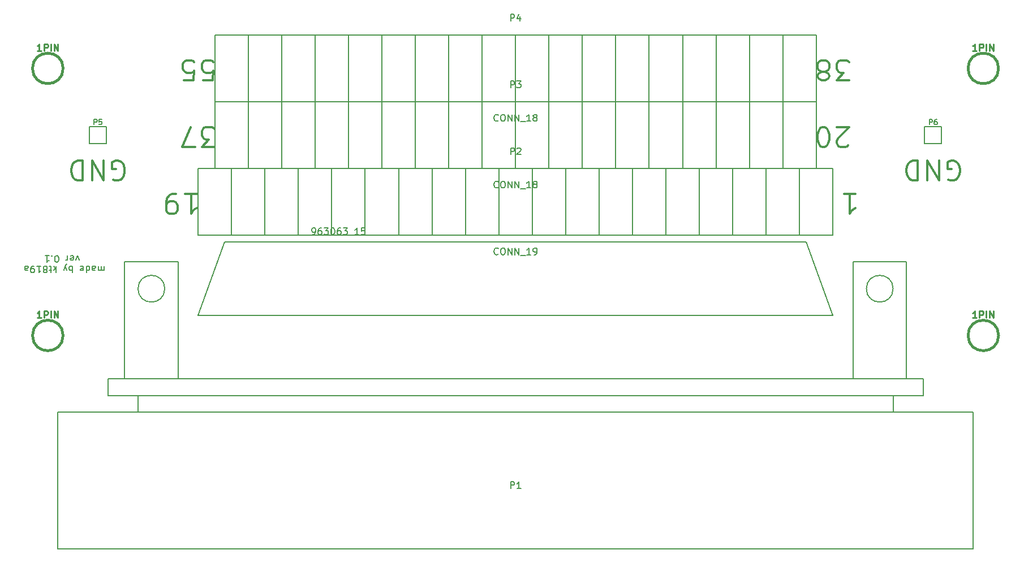
<source format=gto>
G04 (created by PCBNEW (2013-07-07 BZR 4022)-stable) date 23/09/2014 08:58:54*
%MOIN*%
G04 Gerber Fmt 3.4, Leading zero omitted, Abs format*
%FSLAX34Y34*%
G01*
G70*
G90*
G04 APERTURE LIST*
%ADD10C,0.00590551*%
%ADD11C,0.011811*%
%ADD12C,0.015*%
%ADD13C,0.006*%
%ADD14C,0.01*%
G04 APERTURE END LIST*
G54D10*
X62373Y-60864D02*
X62373Y-61126D01*
X62373Y-61089D02*
X62354Y-61107D01*
X62317Y-61126D01*
X62260Y-61126D01*
X62223Y-61107D01*
X62204Y-61070D01*
X62204Y-60864D01*
X62204Y-61070D02*
X62185Y-61107D01*
X62148Y-61126D01*
X62092Y-61126D01*
X62054Y-61107D01*
X62035Y-61070D01*
X62035Y-60864D01*
X61679Y-60864D02*
X61679Y-61070D01*
X61698Y-61107D01*
X61736Y-61126D01*
X61811Y-61126D01*
X61848Y-61107D01*
X61679Y-60883D02*
X61717Y-60864D01*
X61811Y-60864D01*
X61848Y-60883D01*
X61867Y-60920D01*
X61867Y-60958D01*
X61848Y-60995D01*
X61811Y-61014D01*
X61717Y-61014D01*
X61679Y-61032D01*
X61323Y-60864D02*
X61323Y-61257D01*
X61323Y-60883D02*
X61361Y-60864D01*
X61436Y-60864D01*
X61473Y-60883D01*
X61492Y-60901D01*
X61511Y-60939D01*
X61511Y-61051D01*
X61492Y-61089D01*
X61473Y-61107D01*
X61436Y-61126D01*
X61361Y-61126D01*
X61323Y-61107D01*
X60986Y-60883D02*
X61023Y-60864D01*
X61098Y-60864D01*
X61136Y-60883D01*
X61154Y-60920D01*
X61154Y-61070D01*
X61136Y-61107D01*
X61098Y-61126D01*
X61023Y-61126D01*
X60986Y-61107D01*
X60967Y-61070D01*
X60967Y-61032D01*
X61154Y-60995D01*
X60498Y-60864D02*
X60498Y-61257D01*
X60498Y-61107D02*
X60461Y-61126D01*
X60386Y-61126D01*
X60348Y-61107D01*
X60329Y-61089D01*
X60311Y-61051D01*
X60311Y-60939D01*
X60329Y-60901D01*
X60348Y-60883D01*
X60386Y-60864D01*
X60461Y-60864D01*
X60498Y-60883D01*
X60179Y-61126D02*
X60086Y-60864D01*
X59992Y-61126D02*
X60086Y-60864D01*
X60123Y-60770D01*
X60142Y-60751D01*
X60179Y-60733D01*
X59542Y-60864D02*
X59542Y-61257D01*
X59505Y-61014D02*
X59392Y-60864D01*
X59392Y-61126D02*
X59542Y-60976D01*
X59280Y-61126D02*
X59130Y-61126D01*
X59223Y-61257D02*
X59223Y-60920D01*
X59205Y-60883D01*
X59167Y-60864D01*
X59130Y-60864D01*
X58942Y-61089D02*
X58980Y-61107D01*
X58998Y-61126D01*
X59017Y-61164D01*
X59017Y-61182D01*
X58998Y-61220D01*
X58980Y-61239D01*
X58942Y-61257D01*
X58867Y-61257D01*
X58830Y-61239D01*
X58811Y-61220D01*
X58792Y-61182D01*
X58792Y-61164D01*
X58811Y-61126D01*
X58830Y-61107D01*
X58867Y-61089D01*
X58942Y-61089D01*
X58980Y-61070D01*
X58998Y-61051D01*
X59017Y-61014D01*
X59017Y-60939D01*
X58998Y-60901D01*
X58980Y-60883D01*
X58942Y-60864D01*
X58867Y-60864D01*
X58830Y-60883D01*
X58811Y-60901D01*
X58792Y-60939D01*
X58792Y-61014D01*
X58811Y-61051D01*
X58830Y-61070D01*
X58867Y-61089D01*
X58417Y-60864D02*
X58642Y-60864D01*
X58530Y-60864D02*
X58530Y-61257D01*
X58567Y-61201D01*
X58605Y-61164D01*
X58642Y-61145D01*
X58230Y-60864D02*
X58155Y-60864D01*
X58117Y-60883D01*
X58098Y-60901D01*
X58061Y-60958D01*
X58042Y-61032D01*
X58042Y-61182D01*
X58061Y-61220D01*
X58080Y-61239D01*
X58117Y-61257D01*
X58192Y-61257D01*
X58230Y-61239D01*
X58248Y-61220D01*
X58267Y-61182D01*
X58267Y-61089D01*
X58248Y-61051D01*
X58230Y-61032D01*
X58192Y-61014D01*
X58117Y-61014D01*
X58080Y-61032D01*
X58061Y-61051D01*
X58042Y-61089D01*
X57705Y-60864D02*
X57705Y-61070D01*
X57724Y-61107D01*
X57761Y-61126D01*
X57836Y-61126D01*
X57874Y-61107D01*
X57705Y-60883D02*
X57742Y-60864D01*
X57836Y-60864D01*
X57874Y-60883D01*
X57892Y-60920D01*
X57892Y-60958D01*
X57874Y-60995D01*
X57836Y-61014D01*
X57742Y-61014D01*
X57705Y-61032D01*
X60892Y-60516D02*
X60798Y-60254D01*
X60704Y-60516D01*
X60404Y-60272D02*
X60442Y-60254D01*
X60517Y-60254D01*
X60554Y-60272D01*
X60573Y-60310D01*
X60573Y-60460D01*
X60554Y-60497D01*
X60517Y-60516D01*
X60442Y-60516D01*
X60404Y-60497D01*
X60386Y-60460D01*
X60386Y-60422D01*
X60573Y-60385D01*
X60217Y-60254D02*
X60217Y-60516D01*
X60217Y-60441D02*
X60198Y-60479D01*
X60179Y-60497D01*
X60142Y-60516D01*
X60104Y-60516D01*
X59598Y-60647D02*
X59561Y-60647D01*
X59523Y-60628D01*
X59505Y-60610D01*
X59486Y-60572D01*
X59467Y-60497D01*
X59467Y-60404D01*
X59486Y-60329D01*
X59505Y-60291D01*
X59523Y-60272D01*
X59561Y-60254D01*
X59598Y-60254D01*
X59636Y-60272D01*
X59655Y-60291D01*
X59673Y-60329D01*
X59692Y-60404D01*
X59692Y-60497D01*
X59673Y-60572D01*
X59655Y-60610D01*
X59636Y-60628D01*
X59598Y-60647D01*
X59298Y-60291D02*
X59280Y-60272D01*
X59298Y-60254D01*
X59317Y-60272D01*
X59298Y-60291D01*
X59298Y-60254D01*
X58905Y-60254D02*
X59130Y-60254D01*
X59017Y-60254D02*
X59017Y-60647D01*
X59055Y-60591D01*
X59092Y-60553D01*
X59130Y-60535D01*
G54D11*
X62907Y-55764D02*
X63020Y-55821D01*
X63188Y-55821D01*
X63357Y-55764D01*
X63470Y-55652D01*
X63526Y-55539D01*
X63582Y-55314D01*
X63582Y-55146D01*
X63526Y-54921D01*
X63470Y-54808D01*
X63357Y-54696D01*
X63188Y-54640D01*
X63076Y-54640D01*
X62907Y-54696D01*
X62851Y-54752D01*
X62851Y-55146D01*
X63076Y-55146D01*
X62345Y-54640D02*
X62345Y-55821D01*
X61670Y-54640D01*
X61670Y-55821D01*
X61107Y-54640D02*
X61107Y-55821D01*
X60826Y-55821D01*
X60658Y-55764D01*
X60545Y-55652D01*
X60489Y-55539D01*
X60433Y-55314D01*
X60433Y-55146D01*
X60489Y-54921D01*
X60545Y-54808D01*
X60658Y-54696D01*
X60826Y-54640D01*
X61107Y-54640D01*
X112120Y-55764D02*
X112232Y-55821D01*
X112401Y-55821D01*
X112570Y-55764D01*
X112682Y-55652D01*
X112739Y-55539D01*
X112795Y-55314D01*
X112795Y-55146D01*
X112739Y-54921D01*
X112682Y-54808D01*
X112570Y-54696D01*
X112401Y-54640D01*
X112289Y-54640D01*
X112120Y-54696D01*
X112064Y-54752D01*
X112064Y-55146D01*
X112289Y-55146D01*
X111557Y-54640D02*
X111557Y-55821D01*
X110883Y-54640D01*
X110883Y-55821D01*
X110320Y-54640D02*
X110320Y-55821D01*
X110039Y-55821D01*
X109870Y-55764D01*
X109758Y-55652D01*
X109701Y-55539D01*
X109645Y-55314D01*
X109645Y-55146D01*
X109701Y-54921D01*
X109758Y-54808D01*
X109870Y-54696D01*
X110039Y-54640D01*
X110320Y-54640D01*
X67154Y-56608D02*
X67829Y-56608D01*
X67491Y-56608D02*
X67491Y-57789D01*
X67604Y-57620D01*
X67716Y-57508D01*
X67829Y-57452D01*
X66591Y-56608D02*
X66366Y-56608D01*
X66254Y-56664D01*
X66197Y-56721D01*
X66085Y-56889D01*
X66029Y-57114D01*
X66029Y-57564D01*
X66085Y-57677D01*
X66141Y-57733D01*
X66254Y-57789D01*
X66479Y-57789D01*
X66591Y-57733D01*
X66647Y-57677D01*
X66704Y-57564D01*
X66704Y-57283D01*
X66647Y-57170D01*
X66591Y-57114D01*
X66479Y-57058D01*
X66254Y-57058D01*
X66141Y-57114D01*
X66085Y-57170D01*
X66029Y-57283D01*
X68869Y-53852D02*
X68138Y-53852D01*
X68532Y-53402D01*
X68363Y-53402D01*
X68250Y-53346D01*
X68194Y-53290D01*
X68138Y-53177D01*
X68138Y-52896D01*
X68194Y-52784D01*
X68250Y-52727D01*
X68363Y-52671D01*
X68700Y-52671D01*
X68813Y-52727D01*
X68869Y-52784D01*
X67744Y-53852D02*
X66957Y-53852D01*
X67463Y-52671D01*
X68194Y-49915D02*
X68757Y-49915D01*
X68813Y-49353D01*
X68757Y-49409D01*
X68644Y-49465D01*
X68363Y-49465D01*
X68250Y-49409D01*
X68194Y-49353D01*
X68138Y-49240D01*
X68138Y-48959D01*
X68194Y-48847D01*
X68250Y-48790D01*
X68363Y-48734D01*
X68644Y-48734D01*
X68757Y-48790D01*
X68813Y-48847D01*
X67069Y-49915D02*
X67632Y-49915D01*
X67688Y-49353D01*
X67632Y-49409D01*
X67519Y-49465D01*
X67238Y-49465D01*
X67125Y-49409D01*
X67069Y-49353D01*
X67013Y-49240D01*
X67013Y-48959D01*
X67069Y-48847D01*
X67125Y-48790D01*
X67238Y-48734D01*
X67519Y-48734D01*
X67632Y-48790D01*
X67688Y-48847D01*
X106271Y-49915D02*
X105539Y-49915D01*
X105933Y-49465D01*
X105764Y-49465D01*
X105652Y-49409D01*
X105596Y-49353D01*
X105539Y-49240D01*
X105539Y-48959D01*
X105596Y-48847D01*
X105652Y-48790D01*
X105764Y-48734D01*
X106102Y-48734D01*
X106214Y-48790D01*
X106271Y-48847D01*
X104865Y-49409D02*
X104977Y-49465D01*
X105033Y-49521D01*
X105089Y-49634D01*
X105089Y-49690D01*
X105033Y-49803D01*
X104977Y-49859D01*
X104865Y-49915D01*
X104640Y-49915D01*
X104527Y-49859D01*
X104471Y-49803D01*
X104415Y-49690D01*
X104415Y-49634D01*
X104471Y-49521D01*
X104527Y-49465D01*
X104640Y-49409D01*
X104865Y-49409D01*
X104977Y-49353D01*
X105033Y-49296D01*
X105089Y-49184D01*
X105089Y-48959D01*
X105033Y-48847D01*
X104977Y-48790D01*
X104865Y-48734D01*
X104640Y-48734D01*
X104527Y-48790D01*
X104471Y-48847D01*
X104415Y-48959D01*
X104415Y-49184D01*
X104471Y-49296D01*
X104527Y-49353D01*
X104640Y-49409D01*
X106214Y-53740D02*
X106158Y-53796D01*
X106046Y-53852D01*
X105764Y-53852D01*
X105652Y-53796D01*
X105596Y-53740D01*
X105539Y-53627D01*
X105539Y-53515D01*
X105596Y-53346D01*
X106271Y-52671D01*
X105539Y-52671D01*
X104808Y-53852D02*
X104696Y-53852D01*
X104583Y-53796D01*
X104527Y-53740D01*
X104471Y-53627D01*
X104415Y-53402D01*
X104415Y-53121D01*
X104471Y-52896D01*
X104527Y-52784D01*
X104583Y-52727D01*
X104696Y-52671D01*
X104808Y-52671D01*
X104921Y-52727D01*
X104977Y-52784D01*
X105033Y-52896D01*
X105089Y-53121D01*
X105089Y-53402D01*
X105033Y-53627D01*
X104977Y-53740D01*
X104921Y-53796D01*
X104808Y-53852D01*
X105961Y-56608D02*
X106636Y-56608D01*
X106299Y-56608D02*
X106299Y-57789D01*
X106411Y-57620D01*
X106524Y-57508D01*
X106636Y-57452D01*
G54D10*
X95472Y-59055D02*
X95472Y-55118D01*
X95472Y-55118D02*
X93503Y-55118D01*
X93503Y-55118D02*
X93503Y-59055D01*
X93503Y-59055D02*
X91535Y-59055D01*
X91535Y-59055D02*
X91535Y-55118D01*
X91535Y-55118D02*
X89566Y-55118D01*
X89566Y-55118D02*
X89566Y-59055D01*
X89566Y-59055D02*
X87598Y-59055D01*
X87598Y-59055D02*
X87598Y-55118D01*
X87598Y-55118D02*
X85629Y-55118D01*
X85629Y-55118D02*
X85629Y-59055D01*
X85629Y-59055D02*
X83661Y-59055D01*
X83661Y-59055D02*
X83661Y-55118D01*
X83661Y-55118D02*
X81692Y-55118D01*
X81692Y-55118D02*
X81692Y-59055D01*
X81692Y-59055D02*
X79724Y-59055D01*
X79724Y-59055D02*
X79724Y-55118D01*
X79724Y-55118D02*
X77755Y-55118D01*
X77755Y-55118D02*
X77755Y-59055D01*
X77755Y-59055D02*
X75787Y-59055D01*
X75787Y-59055D02*
X75787Y-55118D01*
X75787Y-55118D02*
X73818Y-55118D01*
X73818Y-55118D02*
X73818Y-59055D01*
X73818Y-59055D02*
X71850Y-59055D01*
X71850Y-59055D02*
X71850Y-55118D01*
X71850Y-55118D02*
X69881Y-55118D01*
X69881Y-55118D02*
X69881Y-59055D01*
X97440Y-55118D02*
X97440Y-59055D01*
X99409Y-59055D02*
X99409Y-55118D01*
X101377Y-55118D02*
X101377Y-59055D01*
X103346Y-59055D02*
X103346Y-55118D01*
X105314Y-59055D02*
X105314Y-55118D01*
X105314Y-55118D02*
X67913Y-55118D01*
X67913Y-55118D02*
X67913Y-59055D01*
X67913Y-59055D02*
X105314Y-59055D01*
X104330Y-55118D02*
X68897Y-55118D01*
X104330Y-51181D02*
X68897Y-51181D01*
X94488Y-55118D02*
X94488Y-51181D01*
X94488Y-51181D02*
X92519Y-51181D01*
X92519Y-51181D02*
X92519Y-55118D01*
X92519Y-55118D02*
X90551Y-55118D01*
X90551Y-55118D02*
X90551Y-51181D01*
X90551Y-51181D02*
X88582Y-51181D01*
X88582Y-51181D02*
X88582Y-55118D01*
X88582Y-55118D02*
X86614Y-55118D01*
X86614Y-55118D02*
X86614Y-51181D01*
X86614Y-51181D02*
X84645Y-51181D01*
X84645Y-51181D02*
X84645Y-55118D01*
X84645Y-55118D02*
X82677Y-55118D01*
X82677Y-55118D02*
X82677Y-51181D01*
X82677Y-51181D02*
X80708Y-51181D01*
X80708Y-51181D02*
X80708Y-55118D01*
X80708Y-55118D02*
X78740Y-55118D01*
X78740Y-55118D02*
X78740Y-51181D01*
X78740Y-51181D02*
X76771Y-51181D01*
X76771Y-51181D02*
X76771Y-55118D01*
X76771Y-55118D02*
X74803Y-55118D01*
X74803Y-55118D02*
X74803Y-51181D01*
X74803Y-51181D02*
X72834Y-51181D01*
X72834Y-51181D02*
X72834Y-55118D01*
X72834Y-55118D02*
X70866Y-55118D01*
X70866Y-55118D02*
X70866Y-51181D01*
X70866Y-51181D02*
X68897Y-51181D01*
X68897Y-51181D02*
X68897Y-55118D01*
X96456Y-51181D02*
X96456Y-55118D01*
X98425Y-55118D02*
X98425Y-51181D01*
X100393Y-51181D02*
X100393Y-55118D01*
X102362Y-55118D02*
X102362Y-51181D01*
X104330Y-55118D02*
X104330Y-51181D01*
X104330Y-51181D02*
X68897Y-51181D01*
X104330Y-47244D02*
X68897Y-47244D01*
X94488Y-51181D02*
X94488Y-47244D01*
X94488Y-47244D02*
X92519Y-47244D01*
X92519Y-47244D02*
X92519Y-51181D01*
X92519Y-51181D02*
X90551Y-51181D01*
X90551Y-51181D02*
X90551Y-47244D01*
X90551Y-47244D02*
X88582Y-47244D01*
X88582Y-47244D02*
X88582Y-51181D01*
X88582Y-51181D02*
X86614Y-51181D01*
X86614Y-51181D02*
X86614Y-47244D01*
X86614Y-47244D02*
X84645Y-47244D01*
X84645Y-47244D02*
X84645Y-51181D01*
X84645Y-51181D02*
X82677Y-51181D01*
X82677Y-51181D02*
X82677Y-47244D01*
X82677Y-47244D02*
X80708Y-47244D01*
X80708Y-47244D02*
X80708Y-51181D01*
X80708Y-51181D02*
X78740Y-51181D01*
X78740Y-51181D02*
X78740Y-47244D01*
X78740Y-47244D02*
X76771Y-47244D01*
X76771Y-47244D02*
X76771Y-51181D01*
X76771Y-51181D02*
X74803Y-51181D01*
X74803Y-51181D02*
X74803Y-47244D01*
X74803Y-47244D02*
X72834Y-47244D01*
X72834Y-47244D02*
X72834Y-51181D01*
X72834Y-51181D02*
X70866Y-51181D01*
X70866Y-51181D02*
X70866Y-47244D01*
X70866Y-47244D02*
X68897Y-47244D01*
X68897Y-47244D02*
X68897Y-51181D01*
X96456Y-47244D02*
X96456Y-51181D01*
X98425Y-51181D02*
X98425Y-47244D01*
X100393Y-47244D02*
X100393Y-51181D01*
X102362Y-51181D02*
X102362Y-47244D01*
X104330Y-51181D02*
X104330Y-47244D01*
G54D12*
X115073Y-49212D02*
G75*
G03X115073Y-49212I-900J0D01*
G74*
G01*
X115073Y-64960D02*
G75*
G03X115073Y-64960I-900J0D01*
G74*
G01*
X59955Y-64960D02*
G75*
G03X59955Y-64960I-900J0D01*
G74*
G01*
X59955Y-49212D02*
G75*
G03X59955Y-49212I-900J0D01*
G74*
G01*
G54D13*
X62507Y-53649D02*
X61507Y-53649D01*
X61507Y-52649D02*
X62507Y-52649D01*
X61507Y-53649D02*
X61507Y-52649D01*
X62507Y-52649D02*
X62507Y-53649D01*
X111720Y-53649D02*
X110720Y-53649D01*
X110720Y-52649D02*
X111720Y-52649D01*
X110720Y-53649D02*
X110720Y-52649D01*
X111720Y-52649D02*
X111720Y-53649D01*
G54D10*
X64370Y-69488D02*
X59645Y-69488D01*
X59645Y-69488D02*
X59645Y-77559D01*
X59645Y-77559D02*
X113582Y-77559D01*
X113582Y-77559D02*
X113582Y-69488D01*
X113582Y-69488D02*
X108858Y-69488D01*
X108858Y-68503D02*
X108858Y-69488D01*
X108858Y-69488D02*
X64370Y-69488D01*
X64370Y-69488D02*
X64370Y-68503D01*
X106496Y-62992D02*
X106496Y-67519D01*
X66732Y-62992D02*
X66732Y-67519D01*
X109645Y-67519D02*
X63582Y-67519D01*
X63582Y-62992D02*
X63582Y-67519D01*
X63582Y-67519D02*
X62598Y-67519D01*
X62598Y-67519D02*
X62598Y-68503D01*
X62598Y-68503D02*
X109645Y-68503D01*
X109645Y-68503D02*
X110629Y-68503D01*
X110629Y-68503D02*
X110629Y-67519D01*
X110629Y-67519D02*
X109645Y-67519D01*
X109645Y-67519D02*
X109645Y-66732D01*
X109645Y-66732D02*
X109645Y-64566D01*
X109645Y-64566D02*
X109645Y-62992D01*
X66732Y-62992D02*
X66732Y-60629D01*
X66732Y-60629D02*
X63582Y-60629D01*
X63582Y-60629D02*
X63582Y-62992D01*
X106496Y-62992D02*
X106496Y-60629D01*
X106496Y-60629D02*
X109645Y-60629D01*
X109645Y-60629D02*
X109645Y-62992D01*
X65944Y-62204D02*
G75*
G03X65944Y-62204I-787J0D01*
G74*
G01*
X108858Y-62204D02*
G75*
G03X108858Y-62204I-787J0D01*
G74*
G01*
X103740Y-59448D02*
X105314Y-63779D01*
X105314Y-63779D02*
X67913Y-63779D01*
X67913Y-63779D02*
X69488Y-59448D01*
X69488Y-59448D02*
X103740Y-59448D01*
X86323Y-54293D02*
X86323Y-53899D01*
X86473Y-53899D01*
X86511Y-53918D01*
X86529Y-53937D01*
X86548Y-53974D01*
X86548Y-54030D01*
X86529Y-54068D01*
X86511Y-54086D01*
X86473Y-54105D01*
X86323Y-54105D01*
X86698Y-53937D02*
X86717Y-53918D01*
X86754Y-53899D01*
X86848Y-53899D01*
X86886Y-53918D01*
X86904Y-53937D01*
X86923Y-53974D01*
X86923Y-54011D01*
X86904Y-54068D01*
X86679Y-54293D01*
X86923Y-54293D01*
X85592Y-60161D02*
X85573Y-60179D01*
X85517Y-60198D01*
X85479Y-60198D01*
X85423Y-60179D01*
X85386Y-60142D01*
X85367Y-60104D01*
X85348Y-60029D01*
X85348Y-59973D01*
X85367Y-59898D01*
X85386Y-59861D01*
X85423Y-59823D01*
X85479Y-59805D01*
X85517Y-59805D01*
X85573Y-59823D01*
X85592Y-59842D01*
X85836Y-59805D02*
X85911Y-59805D01*
X85948Y-59823D01*
X85986Y-59861D01*
X86004Y-59936D01*
X86004Y-60067D01*
X85986Y-60142D01*
X85948Y-60179D01*
X85911Y-60198D01*
X85836Y-60198D01*
X85798Y-60179D01*
X85761Y-60142D01*
X85742Y-60067D01*
X85742Y-59936D01*
X85761Y-59861D01*
X85798Y-59823D01*
X85836Y-59805D01*
X86173Y-60198D02*
X86173Y-59805D01*
X86398Y-60198D01*
X86398Y-59805D01*
X86586Y-60198D02*
X86586Y-59805D01*
X86811Y-60198D01*
X86811Y-59805D01*
X86904Y-60236D02*
X87204Y-60236D01*
X87504Y-60198D02*
X87279Y-60198D01*
X87392Y-60198D02*
X87392Y-59805D01*
X87354Y-59861D01*
X87317Y-59898D01*
X87279Y-59917D01*
X87692Y-60198D02*
X87767Y-60198D01*
X87804Y-60179D01*
X87823Y-60161D01*
X87860Y-60104D01*
X87879Y-60029D01*
X87879Y-59880D01*
X87860Y-59842D01*
X87842Y-59823D01*
X87804Y-59805D01*
X87729Y-59805D01*
X87692Y-59823D01*
X87673Y-59842D01*
X87654Y-59880D01*
X87654Y-59973D01*
X87673Y-60011D01*
X87692Y-60029D01*
X87729Y-60048D01*
X87804Y-60048D01*
X87842Y-60029D01*
X87860Y-60011D01*
X87879Y-59973D01*
X86323Y-50356D02*
X86323Y-49962D01*
X86473Y-49962D01*
X86511Y-49981D01*
X86529Y-50000D01*
X86548Y-50037D01*
X86548Y-50093D01*
X86529Y-50131D01*
X86511Y-50149D01*
X86473Y-50168D01*
X86323Y-50168D01*
X86679Y-49962D02*
X86923Y-49962D01*
X86792Y-50112D01*
X86848Y-50112D01*
X86886Y-50131D01*
X86904Y-50149D01*
X86923Y-50187D01*
X86923Y-50281D01*
X86904Y-50318D01*
X86886Y-50337D01*
X86848Y-50356D01*
X86736Y-50356D01*
X86698Y-50337D01*
X86679Y-50318D01*
X85592Y-56224D02*
X85573Y-56242D01*
X85517Y-56261D01*
X85479Y-56261D01*
X85423Y-56242D01*
X85386Y-56205D01*
X85367Y-56167D01*
X85348Y-56092D01*
X85348Y-56036D01*
X85367Y-55961D01*
X85386Y-55924D01*
X85423Y-55886D01*
X85479Y-55868D01*
X85517Y-55868D01*
X85573Y-55886D01*
X85592Y-55905D01*
X85836Y-55868D02*
X85911Y-55868D01*
X85948Y-55886D01*
X85986Y-55924D01*
X86004Y-55999D01*
X86004Y-56130D01*
X85986Y-56205D01*
X85948Y-56242D01*
X85911Y-56261D01*
X85836Y-56261D01*
X85798Y-56242D01*
X85761Y-56205D01*
X85742Y-56130D01*
X85742Y-55999D01*
X85761Y-55924D01*
X85798Y-55886D01*
X85836Y-55868D01*
X86173Y-56261D02*
X86173Y-55868D01*
X86398Y-56261D01*
X86398Y-55868D01*
X86586Y-56261D02*
X86586Y-55868D01*
X86811Y-56261D01*
X86811Y-55868D01*
X86904Y-56299D02*
X87204Y-56299D01*
X87504Y-56261D02*
X87279Y-56261D01*
X87392Y-56261D02*
X87392Y-55868D01*
X87354Y-55924D01*
X87317Y-55961D01*
X87279Y-55980D01*
X87729Y-56036D02*
X87692Y-56017D01*
X87673Y-55999D01*
X87654Y-55961D01*
X87654Y-55943D01*
X87673Y-55905D01*
X87692Y-55886D01*
X87729Y-55868D01*
X87804Y-55868D01*
X87842Y-55886D01*
X87860Y-55905D01*
X87879Y-55943D01*
X87879Y-55961D01*
X87860Y-55999D01*
X87842Y-56017D01*
X87804Y-56036D01*
X87729Y-56036D01*
X87692Y-56055D01*
X87673Y-56074D01*
X87654Y-56111D01*
X87654Y-56186D01*
X87673Y-56224D01*
X87692Y-56242D01*
X87729Y-56261D01*
X87804Y-56261D01*
X87842Y-56242D01*
X87860Y-56224D01*
X87879Y-56186D01*
X87879Y-56111D01*
X87860Y-56074D01*
X87842Y-56055D01*
X87804Y-56036D01*
X86323Y-46419D02*
X86323Y-46025D01*
X86473Y-46025D01*
X86511Y-46044D01*
X86529Y-46062D01*
X86548Y-46100D01*
X86548Y-46156D01*
X86529Y-46194D01*
X86511Y-46212D01*
X86473Y-46231D01*
X86323Y-46231D01*
X86886Y-46156D02*
X86886Y-46419D01*
X86792Y-46006D02*
X86698Y-46287D01*
X86942Y-46287D01*
X85592Y-52287D02*
X85573Y-52305D01*
X85517Y-52324D01*
X85479Y-52324D01*
X85423Y-52305D01*
X85386Y-52268D01*
X85367Y-52230D01*
X85348Y-52155D01*
X85348Y-52099D01*
X85367Y-52024D01*
X85386Y-51987D01*
X85423Y-51949D01*
X85479Y-51931D01*
X85517Y-51931D01*
X85573Y-51949D01*
X85592Y-51968D01*
X85836Y-51931D02*
X85911Y-51931D01*
X85948Y-51949D01*
X85986Y-51987D01*
X86004Y-52062D01*
X86004Y-52193D01*
X85986Y-52268D01*
X85948Y-52305D01*
X85911Y-52324D01*
X85836Y-52324D01*
X85798Y-52305D01*
X85761Y-52268D01*
X85742Y-52193D01*
X85742Y-52062D01*
X85761Y-51987D01*
X85798Y-51949D01*
X85836Y-51931D01*
X86173Y-52324D02*
X86173Y-51931D01*
X86398Y-52324D01*
X86398Y-51931D01*
X86586Y-52324D02*
X86586Y-51931D01*
X86811Y-52324D01*
X86811Y-51931D01*
X86904Y-52362D02*
X87204Y-52362D01*
X87504Y-52324D02*
X87279Y-52324D01*
X87392Y-52324D02*
X87392Y-51931D01*
X87354Y-51987D01*
X87317Y-52024D01*
X87279Y-52043D01*
X87729Y-52099D02*
X87692Y-52080D01*
X87673Y-52062D01*
X87654Y-52024D01*
X87654Y-52005D01*
X87673Y-51968D01*
X87692Y-51949D01*
X87729Y-51931D01*
X87804Y-51931D01*
X87842Y-51949D01*
X87860Y-51968D01*
X87879Y-52005D01*
X87879Y-52024D01*
X87860Y-52062D01*
X87842Y-52080D01*
X87804Y-52099D01*
X87729Y-52099D01*
X87692Y-52118D01*
X87673Y-52137D01*
X87654Y-52174D01*
X87654Y-52249D01*
X87673Y-52287D01*
X87692Y-52305D01*
X87729Y-52324D01*
X87804Y-52324D01*
X87842Y-52305D01*
X87860Y-52287D01*
X87879Y-52249D01*
X87879Y-52174D01*
X87860Y-52137D01*
X87842Y-52118D01*
X87804Y-52099D01*
G54D14*
X113782Y-48174D02*
X113554Y-48174D01*
X113668Y-48174D02*
X113668Y-47774D01*
X113630Y-47831D01*
X113592Y-47869D01*
X113554Y-47888D01*
X113954Y-48174D02*
X113954Y-47774D01*
X114106Y-47774D01*
X114144Y-47793D01*
X114163Y-47812D01*
X114182Y-47850D01*
X114182Y-47907D01*
X114163Y-47945D01*
X114144Y-47964D01*
X114106Y-47984D01*
X113954Y-47984D01*
X114354Y-48174D02*
X114354Y-47774D01*
X114544Y-48174D02*
X114544Y-47774D01*
X114773Y-48174D01*
X114773Y-47774D01*
X113782Y-63922D02*
X113554Y-63922D01*
X113668Y-63922D02*
X113668Y-63522D01*
X113630Y-63579D01*
X113592Y-63617D01*
X113554Y-63636D01*
X113954Y-63922D02*
X113954Y-63522D01*
X114106Y-63522D01*
X114144Y-63541D01*
X114163Y-63560D01*
X114182Y-63598D01*
X114182Y-63655D01*
X114163Y-63693D01*
X114144Y-63713D01*
X114106Y-63732D01*
X113954Y-63732D01*
X114354Y-63922D02*
X114354Y-63522D01*
X114544Y-63922D02*
X114544Y-63522D01*
X114773Y-63922D01*
X114773Y-63522D01*
X58664Y-63922D02*
X58436Y-63922D01*
X58550Y-63922D02*
X58550Y-63522D01*
X58512Y-63579D01*
X58474Y-63617D01*
X58436Y-63636D01*
X58836Y-63922D02*
X58836Y-63522D01*
X58988Y-63522D01*
X59026Y-63541D01*
X59045Y-63560D01*
X59064Y-63598D01*
X59064Y-63655D01*
X59045Y-63693D01*
X59026Y-63713D01*
X58988Y-63732D01*
X58836Y-63732D01*
X59236Y-63922D02*
X59236Y-63522D01*
X59426Y-63922D02*
X59426Y-63522D01*
X59655Y-63922D01*
X59655Y-63522D01*
X58664Y-48174D02*
X58436Y-48174D01*
X58550Y-48174D02*
X58550Y-47774D01*
X58512Y-47831D01*
X58474Y-47869D01*
X58436Y-47888D01*
X58836Y-48174D02*
X58836Y-47774D01*
X58988Y-47774D01*
X59026Y-47793D01*
X59045Y-47812D01*
X59064Y-47850D01*
X59064Y-47907D01*
X59045Y-47945D01*
X59026Y-47964D01*
X58988Y-47984D01*
X58836Y-47984D01*
X59236Y-48174D02*
X59236Y-47774D01*
X59426Y-48174D02*
X59426Y-47774D01*
X59655Y-48174D01*
X59655Y-47774D01*
G54D13*
X61786Y-52521D02*
X61786Y-52221D01*
X61900Y-52221D01*
X61929Y-52235D01*
X61943Y-52249D01*
X61957Y-52278D01*
X61957Y-52321D01*
X61943Y-52349D01*
X61929Y-52363D01*
X61900Y-52378D01*
X61786Y-52378D01*
X62229Y-52221D02*
X62086Y-52221D01*
X62072Y-52363D01*
X62086Y-52349D01*
X62115Y-52335D01*
X62186Y-52335D01*
X62215Y-52349D01*
X62229Y-52363D01*
X62243Y-52392D01*
X62243Y-52463D01*
X62229Y-52492D01*
X62215Y-52506D01*
X62186Y-52521D01*
X62115Y-52521D01*
X62086Y-52506D01*
X62072Y-52492D01*
X110999Y-52521D02*
X110999Y-52221D01*
X111113Y-52221D01*
X111141Y-52235D01*
X111156Y-52249D01*
X111170Y-52278D01*
X111170Y-52321D01*
X111156Y-52349D01*
X111141Y-52363D01*
X111113Y-52378D01*
X110999Y-52378D01*
X111427Y-52221D02*
X111370Y-52221D01*
X111341Y-52235D01*
X111327Y-52249D01*
X111299Y-52292D01*
X111284Y-52349D01*
X111284Y-52463D01*
X111299Y-52492D01*
X111313Y-52506D01*
X111341Y-52521D01*
X111399Y-52521D01*
X111427Y-52506D01*
X111441Y-52492D01*
X111456Y-52463D01*
X111456Y-52392D01*
X111441Y-52363D01*
X111427Y-52349D01*
X111399Y-52335D01*
X111341Y-52335D01*
X111313Y-52349D01*
X111299Y-52363D01*
X111284Y-52392D01*
G54D10*
X86323Y-73978D02*
X86323Y-73584D01*
X86473Y-73584D01*
X86511Y-73603D01*
X86529Y-73622D01*
X86548Y-73659D01*
X86548Y-73715D01*
X86529Y-73753D01*
X86511Y-73772D01*
X86473Y-73790D01*
X86323Y-73790D01*
X86923Y-73978D02*
X86698Y-73978D01*
X86811Y-73978D02*
X86811Y-73584D01*
X86773Y-73640D01*
X86736Y-73678D01*
X86698Y-73697D01*
X74643Y-59017D02*
X74718Y-59017D01*
X74756Y-58998D01*
X74775Y-58980D01*
X74812Y-58923D01*
X74831Y-58848D01*
X74831Y-58698D01*
X74812Y-58661D01*
X74793Y-58642D01*
X74756Y-58623D01*
X74681Y-58623D01*
X74643Y-58642D01*
X74625Y-58661D01*
X74606Y-58698D01*
X74606Y-58792D01*
X74625Y-58830D01*
X74643Y-58848D01*
X74681Y-58867D01*
X74756Y-58867D01*
X74793Y-58848D01*
X74812Y-58830D01*
X74831Y-58792D01*
X75168Y-58623D02*
X75093Y-58623D01*
X75056Y-58642D01*
X75037Y-58661D01*
X75000Y-58717D01*
X74981Y-58792D01*
X74981Y-58942D01*
X75000Y-58980D01*
X75018Y-58998D01*
X75056Y-59017D01*
X75131Y-59017D01*
X75168Y-58998D01*
X75187Y-58980D01*
X75206Y-58942D01*
X75206Y-58848D01*
X75187Y-58811D01*
X75168Y-58792D01*
X75131Y-58773D01*
X75056Y-58773D01*
X75018Y-58792D01*
X75000Y-58811D01*
X74981Y-58848D01*
X75337Y-58623D02*
X75581Y-58623D01*
X75449Y-58773D01*
X75506Y-58773D01*
X75543Y-58792D01*
X75562Y-58811D01*
X75581Y-58848D01*
X75581Y-58942D01*
X75562Y-58980D01*
X75543Y-58998D01*
X75506Y-59017D01*
X75393Y-59017D01*
X75356Y-58998D01*
X75337Y-58980D01*
X75824Y-58623D02*
X75862Y-58623D01*
X75899Y-58642D01*
X75918Y-58661D01*
X75937Y-58698D01*
X75956Y-58773D01*
X75956Y-58867D01*
X75937Y-58942D01*
X75918Y-58980D01*
X75899Y-58998D01*
X75862Y-59017D01*
X75824Y-59017D01*
X75787Y-58998D01*
X75768Y-58980D01*
X75749Y-58942D01*
X75731Y-58867D01*
X75731Y-58773D01*
X75749Y-58698D01*
X75768Y-58661D01*
X75787Y-58642D01*
X75824Y-58623D01*
X76293Y-58623D02*
X76218Y-58623D01*
X76181Y-58642D01*
X76162Y-58661D01*
X76124Y-58717D01*
X76106Y-58792D01*
X76106Y-58942D01*
X76124Y-58980D01*
X76143Y-58998D01*
X76181Y-59017D01*
X76256Y-59017D01*
X76293Y-58998D01*
X76312Y-58980D01*
X76331Y-58942D01*
X76331Y-58848D01*
X76312Y-58811D01*
X76293Y-58792D01*
X76256Y-58773D01*
X76181Y-58773D01*
X76143Y-58792D01*
X76124Y-58811D01*
X76106Y-58848D01*
X76462Y-58623D02*
X76706Y-58623D01*
X76574Y-58773D01*
X76631Y-58773D01*
X76668Y-58792D01*
X76687Y-58811D01*
X76706Y-58848D01*
X76706Y-58942D01*
X76687Y-58980D01*
X76668Y-58998D01*
X76631Y-59017D01*
X76518Y-59017D01*
X76481Y-58998D01*
X76462Y-58980D01*
X76781Y-59055D02*
X77080Y-59055D01*
X77380Y-59017D02*
X77155Y-59017D01*
X77268Y-59017D02*
X77268Y-58623D01*
X77230Y-58680D01*
X77193Y-58717D01*
X77155Y-58736D01*
X77737Y-58623D02*
X77549Y-58623D01*
X77530Y-58811D01*
X77549Y-58792D01*
X77587Y-58773D01*
X77680Y-58773D01*
X77718Y-58792D01*
X77737Y-58811D01*
X77755Y-58848D01*
X77755Y-58942D01*
X77737Y-58980D01*
X77718Y-58998D01*
X77680Y-59017D01*
X77587Y-59017D01*
X77549Y-58998D01*
X77530Y-58980D01*
M02*

</source>
